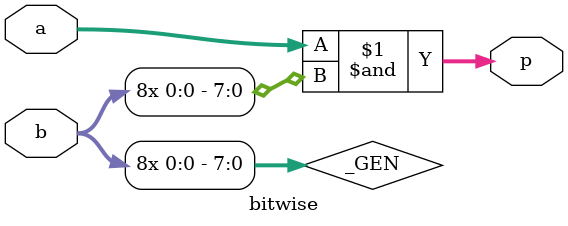
<source format=v>
module bitwise(	// file.cleaned.mlir:2:3
  input  [7:0] a,	// file.cleaned.mlir:2:25
  input        b,	// file.cleaned.mlir:2:37
  output [7:0] p	// file.cleaned.mlir:2:50
);

  wire [7:0] _GEN;	// file.cleaned.mlir:4:10
  assign _GEN = {8{b}};	// file.cleaned.mlir:4:10
  assign p = a & _GEN;	// file.cleaned.mlir:3:10, :4:10, :5:5
endmodule


</source>
